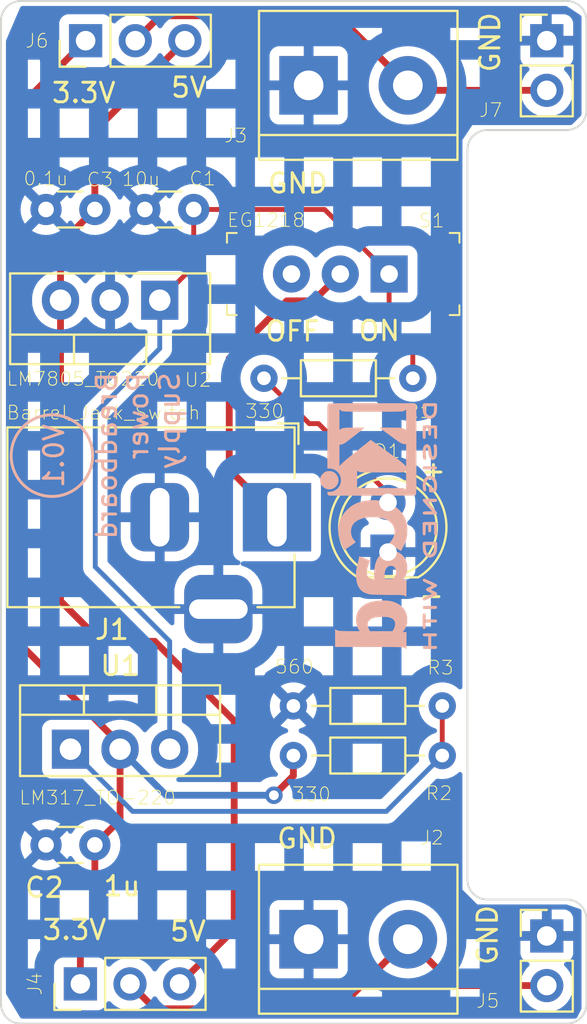
<source format=kicad_pcb>
(kicad_pcb (version 20221018) (generator pcbnew)
  (layers (0 "F.Cu" signal) (31 "B.Cu" signal) (34 "B.Paste" user) (35 "F.Paste" user) (36 "B.SilkS" user "B.Silkscreen") (37 "F.SilkS" user "F.Silkscreen") (38 "B.Mask" user) (39 "F.Mask" user) (44 "Edge.Cuts" user))
  (net 0 "")
  (net 1 "/12V")
  (net 2 "GND")
  (net 3 "/3.3V")
  (net 4 "/5V")
  (net 5 "Net-(D1-A)")
  (net 6 "/PWR_input")
  (net 7 "Net-(U1-ADJ)")
  (net 9 "/PWR_OUT_BOT")
  (net 10 "/PWR_OUT_TOP")
  (footprint "Capacitor_THT:C_Disc_D3.0mm_W1.6mm_P2.50mm" (layer "F.Cu") (at 124.186 113.792 180)
    (fp_text reference "C2" (at 2.586 -2.183) (layer "F.SilkS"))
    (fp_text value "1u" (at -2.414 -2.108) (layer "F.SilkS") (effects (justify right)))
    (pad "1" thru_hole circle (at 0 0 180) (size 1.6 1.6) (drill 0.8) (layers "*.Cu" "*.Mask") (net 3 "/3.3V"))
    (pad "2" thru_hole circle (at 2.5 0 180) (size 1.6 1.6) (drill 0.8) (layers "*.Cu" "*.Mask") (net 2 "GND"))
  )
  (footprint "Connector_PinHeader_2.54mm:PinHeader_1x03_P2.54mm_Vertical" (layer "F.Cu") (at 123.444 120.904 90)
    (fp_text reference "J4" (at 0 -2.33 90) (layer "F.SilkS") (effects (font (size 0.7 0.7) (thickness 0.05))))
    (fp_text value "Conn_01x03_Pin" hide)
    (pad "1" thru_hole rect (at 0 0 90) (size 1.7 1.7) (drill 1) (layers "*.Cu" "*.Mask") (net 3 "/3.3V"))
    (pad "2" thru_hole oval (at 0 2.54 90) (size 1.7 1.7) (drill 1) (layers "*.Cu" "*.Mask") (net 9 "/PWR_OUT_BOT"))
    (pad "3" thru_hole oval (at 0 5.08 90) (size 1.7 1.7) (drill 1) (layers "*.Cu" "*.Mask") (net 4 "/5V"))
  )
  (footprint "Resistor_THT:R_Axial_DIN0204_L3.6mm_D1.6mm_P7.62mm_Horizontal" (layer "F.Cu") (at 141.968 109.22 180)
    (fp_text reference "R2" (at 0.168 -1.93) (layer "F.SilkS") (effects (font (size 0.7 0.7) (thickness 0.05))))
    (fp_text value "330" (at 6.693 -1.98) (layer "F.SilkS") (effects (font (size 0.7 0.7) (thickness 0.05))))
    (pad "1" thru_hole circle locked (at 0 0 180) (size 1.4 1.4) (drill 0.7) (layers "*.Cu" "*.Mask") (net 7 "Net-(U1-ADJ)"))
    (pad "2" thru_hole oval locked (at 7.62 0 180) (size 1.4 1.4) (drill 0.7) (layers "*.Cu" "*.Mask") (net 3 "/3.3V"))
  )
  (footprint "TerminalBlock:TerminalBlock_bornier-2_P5.08mm" (layer "F.Cu") (at 135.128 74.93)
    (fp_text reference "J3" (at -3.728 2.57) (layer "F.SilkS") (effects (font (size 0.7 0.7) (thickness 0.05))))
    (fp_text value "Screw_Terminal_01x02" hide)
    (pad "1" thru_hole rect (at 0 0) (size 3 3) (drill 1.52) (layers "*.Cu" "*.Mask") (net 2 "GND"))
    (pad "2" thru_hole circle (at 5.08 0) (size 3 3) (drill 1.52) (layers "*.Cu" "*.Mask") (net 10 "/PWR_OUT_TOP"))
  )
  (footprint "Resistor_THT:R_Axial_DIN0204_L3.6mm_D1.6mm_P7.62mm_Horizontal" (layer "F.Cu") (at 134.348 106.68)
    (fp_text reference "R3" (at 7.527 -1.955) (layer "F.SilkS") (effects (font (size 0.7 0.7) (thickness 0.05))))
    (fp_text value "560" (at 0.052 -2.005) (layer "F.SilkS") (effects (font (size 0.7 0.7) (thickness 0.05))))
    (pad "1" thru_hole circle locked (at 0 0) (size 1.4 1.4) (drill 0.7) (layers "*.Cu" "*.Mask") (net 2 "GND"))
    (pad "2" thru_hole oval locked (at 7.62 0) (size 1.4 1.4) (drill 0.7) (layers "*.Cu" "*.Mask") (net 7 "Net-(U1-ADJ)"))
  )
  (footprint "digikey-footprints:Switch_Slide_11.6x4mm_EG1218" (layer "F.Cu") (at 139.248 84.582 180)
    (fp_text reference "S1" (at -2.177 2.732) (layer "F.SilkS") (effects (font (size 0.7 0.7) (thickness 0.05))))
    (fp_text value "EG1218" (at 6.298 2.757) (layer "F.SilkS") (effects (font (size 0.7 0.7) (thickness 0.05))))
    (pad "1" thru_hole rect (at 0 0 180) (size 1.9 1.9) (drill 0.9) (layers "*.Cu" "*.Mask") (net 1 "/12V"))
    (pad "2" thru_hole circle (at 2.5 0 180) (size 1.9 1.9) (drill 0.9) (layers "*.Cu" "*.Mask") (net 6 "/PWR_input"))
    (pad "3" thru_hole circle (at 5 0 180) (size 1.9 1.9) (drill 0.9) (layers "*.Cu" "*.Mask"))
  )
  (footprint "Connector_PinHeader_2.54mm:PinHeader_1x02_P2.54mm_Vertical" (layer "F.Cu") (at 147.32 72.644)
    (fp_text reference "J7" (at -2.87 3.556) (layer "F.SilkS") (effects (font (size 0.7 0.7) (thickness 0.05))))
    (fp_text value "Conn_01x02_Pin" hide)
    (pad "1" thru_hole rect (at 0 0) (size 1.7 1.7) (drill 1) (layers "*.Cu" "*.Mask") (net 2 "GND"))
    (pad "2" thru_hole oval (at 0 2.54) (size 1.7 1.7) (drill 1) (layers "*.Cu" "*.Mask") (net 10 "/PWR_OUT_TOP"))
  )
  (footprint "Capacitor_THT:C_Disc_D3.0mm_W1.6mm_P2.50mm" (layer "F.Cu") (at 129.246 81.28 180)
    (fp_text reference "C1" (at -0.454 1.58) (layer "F.SilkS") (effects (font (size 0.7 0.7) (thickness 0.05))))
    (fp_text value "10u" (at 2.696 1.555) (layer "F.SilkS") (effects (font (size 0.7 0.7) (thickness 0.05))))
    (pad "1" thru_hole circle (at 0 0 180) (size 1.6 1.6) (drill 0.8) (layers "*.Cu" "*.Mask") (net 1 "/12V"))
    (pad "2" thru_hole circle (at 2.5 0 180) (size 1.6 1.6) (drill 0.8) (layers "*.Cu" "*.Mask") (net 2 "GND"))
  )
  (footprint "TerminalBlock:TerminalBlock_bornier-2_P5.08mm" (layer "F.Cu") (at 135.128 118.618)
    (fp_text reference "J2" (at 6.322 -5.193) (layer "F.SilkS") (effects (font (size 0.7 0.7) (thickness 0.05))))
    (fp_text value "Screw_Terminal_01x02" hide)
    (pad "1" thru_hole rect locked (at 0 0) (size 3 3) (drill 1.52) (layers "*.Cu" "*.Mask") (net 2 "GND"))
    (pad "2" thru_hole circle locked (at 5.08 0) (size 3 3) (drill 1.52) (layers "*.Cu" "*.Mask") (net 9 "/PWR_OUT_BOT"))
  )
  (footprint "Package_TO_SOT_THT:TO-220-3_Vertical" (layer "F.Cu") (at 122.936 108.895)
    (fp_text reference "U1" (at 2.54 -4.27) (layer "F.SilkS"))
    (fp_text value "LM317_TO-220" (at 1.389 2.48) (layer "F.SilkS") (effects (font (size 0.7 0.7) (thickness 0.05))))
    (pad "1" thru_hole rect (at 0 0) (size 1.905 2) (drill 1.1) (layers "*.Cu" "*.Mask") (net 7 "Net-(U1-ADJ)"))
    (pad "2" thru_hole oval (at 2.54 0) (size 1.905 2) (drill 1.1) (layers "*.Cu" "*.Mask") (net 3 "/3.3V"))
    (pad "3" thru_hole oval (at 5.08 0) (size 1.905 2) (drill 1.1) (layers "*.Cu" "*.Mask") (net 1 "/12V"))
  )
  (footprint "Resistor_THT:R_Axial_DIN0204_L3.6mm_D1.6mm_P7.62mm_Horizontal" (layer "F.Cu") (at 132.842 89.916)
    (fp_text reference "R1" (at 7.933 1.684) (layer "F.SilkS") (effects (font (size 0.7 0.7) (thickness 0.05))))
    (fp_text value "330" (at 0.033 1.684) (layer "F.SilkS") (effects (font (size 0.7 0.7) (thickness 0.05))))
    (pad "1" thru_hole circle (at 0 0) (size 1.4 1.4) (drill 0.7) (layers "*.Cu" "*.Mask") (net 5 "Net-(D1-A)"))
    (pad "2" thru_hole oval (at 7.62 0) (size 1.4 1.4) (drill 0.7) (layers "*.Cu" "*.Mask") (net 1 "/12V"))
  )
  (footprint "Connector_PinHeader_2.54mm:PinHeader_1x03_P2.54mm_Vertical" (layer "F.Cu") (at 123.713 72.644 90)
    (fp_text reference "J6" (at -0.006 -2.488 180) (layer "F.SilkS") (effects (font (size 0.7 0.7) (thickness 0.05))))
    (fp_text value "Conn_01x03_Pin" hide)
    (pad "1" thru_hole rect (at 0 0 90) (size 1.7 1.7) (drill 1) (layers "*.Cu" "*.Mask") (net 3 "/3.3V"))
    (pad "2" thru_hole oval (at 0 2.54 90) (size 1.7 1.7) (drill 1) (layers "*.Cu" "*.Mask") (net 10 "/PWR_OUT_TOP"))
    (pad "3" thru_hole oval (at 0 5.08 90) (size 1.7 1.7) (drill 1) (layers "*.Cu" "*.Mask") (net 4 "/5V"))
  )
  (footprint "Capacitor_THT:C_Disc_D3.0mm_W1.6mm_P2.50mm" (layer "F.Cu") (at 124.186 81.28 180)
    (fp_text reference "C3" (at -0.264 1.53) (layer "F.SilkS") (effects (font (size 0.7 0.7) (thickness 0.05))))
    (fp_text value "0.1u" (at 2.511 1.58) (layer "F.SilkS") (effects (font (size 0.7 0.7) (thickness 0.05))))
    (pad "1" thru_hole circle (at 0 0 180) (size 1.6 1.6) (drill 0.8) (layers "*.Cu" "*.Mask") (net 4 "/5V"))
    (pad "2" thru_hole circle (at 2.5 0 180) (size 1.6 1.6) (drill 0.8) (layers "*.Cu" "*.Mask") (net 2 "GND"))
  )
  (footprint "Connector_PinHeader_2.54mm:PinHeader_1x02_P2.54mm_Vertical" (layer "F.Cu") (at 147.32 118.45)
    (fp_text reference "J5" (at -3.02 3.325) (layer "F.SilkS") (effects (font (size 0.7 0.7) (thickness 0.05))))
    (fp_text value "Conn_01x02_Pin" hide)
    (pad "1" thru_hole rect (at 0 0) (size 1.7 1.7) (drill 1) (layers "*.Cu" "*.Mask") (net 2 "GND"))
    (pad "2" thru_hole oval (at 0 2.54) (size 1.7 1.7) (drill 1) (layers "*.Cu" "*.Mask") (net 9 "/PWR_OUT_BOT"))
  )
  (footprint "Connector_BarrelJack:BarrelJack_Horizontal" (layer "F.Cu") (at 133.508 97.028)
    (fp_text reference "J1" (at -8.45 5.75) (layer "F.SilkS"))
    (fp_text value "Barrel_Jack_Switch" (at -8.883 -5.353) (layer "F.SilkS") (effects (font (size 0.7 0.7) (thickness 0.05))))
    (pad "1" thru_hole rect (at 0 0) (size 3.5 3.5) (drill oval 1 3) (layers "*.Cu" "*.Mask") (net 6 "/PWR_input"))
    (pad "2" thru_hole roundrect (at -6 0) (size 3 3.5) (drill oval 1 3) (layers "*.Cu" "*.Mask") (net 2 "GND"))
    (pad "3" thru_hole roundrect (at -3 4.7) (size 3.5 3.5) (drill oval 3 1) (layers "*.Cu" "*.Mask") (net 2 "GND"))
  )
  (footprint "Package_TO_SOT_THT:TO-220-3_Vertical" (layer "F.Cu") (at 127.508 85.923 180)
    (fp_text reference "U2" (at -1.967 -4.077) (layer "F.SilkS") (effects (font (size 0.7 0.7) (thickness 0.05))))
    (fp_text value "LM7805_TO220" (at 3.933 -4.027) (layer "F.SilkS") (effects (font (size 0.7 0.7) (thickness 0.05))))
    (pad "1" thru_hole rect (at 0 0 180) (size 1.905 2) (drill 1.1) (layers "*.Cu" "*.Mask") (net 1 "/12V"))
    (pad "2" thru_hole oval (at 2.54 0 180) (size 1.905 2) (drill 1.1) (layers "*.Cu" "*.Mask") (net 2 "GND"))
    (pad "3" thru_hole oval (at 5.08 0 180) (size 1.905 2) (drill 1.1) (layers "*.Cu" "*.Mask") (net 4 "/5V"))
  )
  (footprint "LED_THT:LED_D5.0mm" (layer "F.Cu") (at 139.192 98.811 90)
    (fp_text reference "D1" (at 5.161 -0.042 180) (layer "F.SilkS") (effects (font (size 0.7 0.7) (thickness 0.05))))
    (fp_text value "LED")
    (pad "1" thru_hole rect (at 0 0 90) (size 1.8 1.8) (drill 0.9) (layers "*.Cu" "*.Mask") (net 2 "GND"))
    (pad "2" thru_hole circle (at 2.54 0 90) (size 1.8 1.8) (drill 0.9) (layers "*.Cu" "*.Mask") (net 5 "Net-(D1-A)"))
  )
  (footprint "Symbol:KiCad-Logo2_5mm_SilkScreen" (layer "B.Cu") (at 138.7 97.475 -90)
    (fp_text reference "REF**" hide)
    (fp_text value "KiCad-Logo2_5mm_SilkScreen" hide)
  )
  (gr_circle (center 121.988233 93.874405) (end 124.075 93.849405) (stroke (width 0.15)) (fill none) (layer "B.SilkS"))
  (gr_line (start 120.396 122.936) (end 148.336 122.936) (stroke (width 0.1)) (layer "Edge.Cuts"))
  (gr_arc (start 148.336 116.586) (mid 149.05442 116.88358) (end 149.352 117.602) (stroke (width 0.1)) (layer "Edge.Cuts"))
  (gr_arc (start 144.272 116.586) (mid 143.55358 116.28842) (end 143.256 115.57) (stroke (width 0.1)) (layer "Edge.Cuts"))
  (gr_arc (start 119.38 71.628) (mid 119.67758 70.90958) (end 120.396 70.612) (stroke (width 0.1)) (layer "Edge.Cuts"))
  (gr_arc (start 120.396 122.936) (mid 119.67758 122.63842) (end 119.38 121.92) (stroke (width 0.1)) (layer "Edge.Cuts"))
  (gr_line (start 149.352 121.92) (end 149.352 117.602) (stroke (width 0.1)) (layer "Edge.Cuts"))
  (gr_line (start 143.256 115.57) (end 143.256 78.232) (stroke (width 0.1)) (layer "Edge.Cuts"))
  (gr_line (start 148.336 116.586) (end 144.272 116.586) (stroke (width 0.1)) (layer "Edge.Cuts"))
  (gr_arc (start 143.256 78.232) (mid 143.55358 77.51358) (end 144.272 77.216) (stroke (width 0.1)) (layer "Edge.Cuts"))
  (gr_line (start 119.38 71.628) (end 119.38 121.92) (stroke (width 0.1)) (layer "Edge.Cuts"))
  (gr_line (start 149.352 76.2) (end 149.352 71.628) (stroke (width 0.1)) (layer "Edge.Cuts"))
  (gr_arc (start 148.336 70.612) (mid 149.05442 70.90958) (end 149.352 71.628) (stroke (width 0.1)) (layer "Edge.Cuts"))
  (gr_line (start 148.336 70.612) (end 120.396 70.612) (stroke (width 0.1)) (layer "Edge.Cuts"))
  (gr_line (start 144.272 77.216) (end 148.336 77.216) (stroke (width 0.1)) (layer "Edge.Cuts"))
  (gr_arc (start 149.352 76.2) (mid 149.05442 76.91842) (end 148.336 77.216) (stroke (width 0.1)) (layer "Edge.Cuts"))
  (gr_arc (start 149.352 121.92) (mid 149.05442 122.63842) (end 148.336 122.936) (stroke (width 0.1)) (layer "Edge.Cuts"))
  (gr_text "Breadboard\nPower\nSupply" (at 128.6 89.525 90) (layer "B.SilkS") (effects (font (size 1 1)) (justify left bottom mirror)))
  (gr_text "V0.1" (at 122.675733 92.167858 90) (layer "B.SilkS") (effects (font (size 1 1)) (justify left bottom mirror)))
  (gr_text "3.3V" (at 121.425 118.725) (layer "F.SilkS") (effects (font (size 1 1)) (justify left bottom)))
  (gr_text "GND" (at 132.95 80.525) (layer "F.SilkS") (effects (font (size 1 1)) (justify left bottom)))
  (gr_text "5V" (at 128 75.625) (layer "F.SilkS") (effects (font (size 1 1)) (justify left bottom)))
  (gr_text "+" (at 140.8 95.225) (layer "F.SilkS") (effects (font (size 1 1)) (justify left bottom)))
  (gr_text "GND" (at 133.425 114.05) (layer "F.SilkS") (effects (font (size 1 1)) (justify left bottom)))
  (gr_text "GND" (at 145 74.35 90) (layer "F.SilkS") (effects (font (size 1 1)) (justify left bottom)))
  (gr_text "OFF" (at 132.825 88.1) (layer "F.SilkS") (effects (font (size 1 1)) (justify left bottom)))
  (gr_text "-" (at 140.7 101.6) (layer "F.SilkS") (effects (font (size 1 1)) (justify left bottom)))
  (gr_text "GND" (at 144.875 120.025 90) (layer "F.SilkS") (effects (font (size 1 1)) (justify left bottom)))
  (gr_text "5V" (at 127.95 118.8) (layer "F.SilkS") (effects (font (size 1 1)) (justify left bottom)))
  (gr_text "3.3V" (at 121.9 75.9) (layer "F.SilkS") (effects (font (size 1 1)) (justify left bottom)))
  (gr_text "ON" (at 137.6 88.075) (layer "F.SilkS") (effects (font (size 1 1)) (justify left bottom)))
  (segment (start 135.946 81.28) (end 139.248 84.582) (width 0.25) (layer "F.Cu") (net 1))
  (segment (start 129.246 84.185) (end 127.508 85.923) (width 0.25) (layer "F.Cu") (net 1))
  (segment (start 129.246 81.28) (end 135.946 81.28) (width 0.25) (layer "F.Cu") (net 1))
  (segment (start 139.248 87.45) (end 140.462 88.664) (width 0.25) (layer "F.Cu") (net 1))
  (segment (start 139.248 84.582) (end 139.248 87.45) (width 0.25) (layer "F.Cu") (net 1))
  (segment (start 140.462 88.664) (end 140.462 89.916) (width 0.25) (layer "F.Cu") (net 1))
  (segment (start 129.246 81.28) (end 129.246 84.185) (width 0.25) (layer "F.Cu") (net 1))
  (segment (start 127.508 88.392) (end 124.206 91.694) (width 0.25) (layer "B.Cu") (net 1))
  (segment (start 128.016 103.378) (end 128.016 108.895) (width 0.25) (layer "B.Cu") (net 1))
  (segment (start 124.206 99.568) (end 128.016 103.378) (width 0.25) (layer "B.Cu") (net 1))
  (segment (start 127.508 85.923) (end 127.508 88.392) (width 0.25) (layer "B.Cu") (net 1))
  (segment (start 124.206 91.694) (end 124.206 99.568) (width 0.25) (layer "B.Cu") (net 1))
  (segment (start 123.444 119.126) (end 123.444 120.904) (width 0.35) (layer "F.Cu") (net 3))
  (segment (start 124.186 113.792) (end 125.476 112.502) (width 0.35) (layer "F.Cu") (net 3))
  (segment (start 120.025 76.332) (end 120.025 103.1815) (width 0.35) (layer "F.Cu") (net 3))
  (segment (start 123.713 72.644) (end 120.025 76.332) (width 0.35) (layer "F.Cu") (net 3))
  (segment (start 134.348 109.22) (end 134.348 110.254) (width 0.35) (layer "F.Cu") (net 3))
  (segment (start 125.476 112.502) (end 125.476 108.895) (width 0.35) (layer "F.Cu") (net 3))
  (segment (start 124.206 118.364) (end 123.444 119.126) (width 0.35) (layer "F.Cu") (net 3))
  (segment (start 125.476 108.6325) (end 125.476 108.895) (width 0.35) (layer "F.Cu") (net 3))
  (segment (start 120.025 103.1815) (end 125.476 108.6325) (width 0.35) (layer "F.Cu") (net 3))
  (segment (start 124.186 118.344) (end 124.206 118.364) (width 0.35) (layer "F.Cu") (net 3))
  (segment (start 124.186 113.792) (end 124.186 118.344) (width 0.35) (layer "F.Cu") (net 3))
  (segment (start 134.348 110.254) (end 133.35 111.252) (width 0.35) (layer "F.Cu") (net 3))
  (via (at 133.35 111.252) (size 0.9) (drill 0.5) (layers "F.Cu" "B.Cu") (net 3))
  (segment (start 133.35 111.252) (end 127.833 111.252) (width 0.35) (layer "B.Cu") (net 3))
  (segment (start 127.833 111.252) (end 125.476 108.895) (width 0.35) (layer "B.Cu") (net 3))
  (segment (start 131.318 107.442) (end 131.318 118.11) (width 0.35) (layer "F.Cu") (net 4))
  (segment (start 124.186 77.251) (end 124.186 81.28) (width 0.35) (layer "F.Cu") (net 4))
  (segment (start 122.428 83.038) (end 124.186 81.28) (width 0.35) (layer "F.Cu") (net 4))
  (segment (start 127.254 103.378) (end 131.318 107.442) (width 0.35) (layer "F.Cu") (net 4))
  (segment (start 128.793 72.644) (end 124.186 77.251) (width 0.35) (layer "F.Cu") (net 4))
  (segment (start 122.428 85.923) (end 122.428 83.038) (width 0.35) (layer "F.Cu") (net 4))
  (segment (start 122.428 85.923) (end 122.428 101.311421) (width 0.35) (layer "F.Cu") (net 4))
  (segment (start 124.494579 103.378) (end 127.254 103.378) (width 0.35) (layer "F.Cu") (net 4))
  (segment (start 131.318 118.11) (end 128.524 120.904) (width 0.35) (layer "F.Cu") (net 4))
  (segment (start 122.428 101.311421) (end 124.494579 103.378) (width 0.35) (layer "F.Cu") (net 4))
  (segment (start 135.633 92.236) (end 139.192 95.795) (width 0.25) (layer "F.Cu") (net 5))
  (segment (start 139.192 95.795) (end 139.192 96.271) (width 0.25) (layer "F.Cu") (net 5))
  (segment (start 132.842 89.916) (end 135.162 92.236) (width 0.25) (layer "F.Cu") (net 5))
  (segment (start 135.162 92.236) (end 135.633 92.236) (width 0.25) (layer "F.Cu") (net 5))
  (segment (start 131.064 94.584) (end 133.508 97.028) (width 0.35) (layer "F.Cu") (net 6))
  (segment (start 135.373 85.957) (end 134.007 85.957) (width 0.35) (layer "F.Cu") (net 6))
  (segment (start 136.748 84.582) (end 135.373 85.957) (width 0.35) (layer "F.Cu") (net 6))
  (segment (start 134.007 85.957) (end 131.064 88.9) (width 0.35) (layer "F.Cu") (net 6))
  (segment (start 131.064 88.9) (end 131.064 94.584) (width 0.35) (layer "F.Cu") (net 6))
  (segment (start 141.968 106.68) (end 141.968 109.22) (width 0.25) (layer "F.Cu") (net 7))
  (segment (start 139.111 112.077) (end 126.118 112.077) (width 0.25) (layer "B.Cu") (net 7))
  (segment (start 126.118 112.077) (end 122.936 108.895) (width 0.25) (layer "B.Cu") (net 7))
  (segment (start 141.968 109.22) (end 139.111 112.077) (width 0.25) (layer "B.Cu") (net 7))
  (segment (start 136.647 122.179) (end 140.208 118.618) (width 0.35) (layer "F.Cu") (net 9))
  (segment (start 142.58 120.99) (end 147.32 120.99) (width 0.35) (layer "F.Cu") (net 9))
  (segment (start 127.259 122.179) (end 136.647 122.179) (width 0.35) (layer "F.Cu") (net 9))
  (segment (start 140.208 118.618) (end 142.58 120.99) (width 0.35) (layer "F.Cu") (net 9))
  (segment (start 125.984 120.904) (end 127.259 122.179) (width 0.35) (layer "F.Cu") (net 9))
  (segment (start 126.253 72.644) (end 127.528 71.369) (width 0.35) (layer "F.Cu") (net 10))
  (segment (start 147.32 75.184) (end 140.462 75.184) (width 0.35) (layer "F.Cu") (net 10))
  (segment (start 140.462 75.184) (end 140.208 74.93) (width 0.35) (layer "F.Cu") (net 10))
  (segment (start 136.647 71.369) (end 140.208 74.93) (width 0.35) (layer "F.Cu") (net 10))
  (segment (start 127.528 71.369) (end 136.647 71.369) (width 0.35) (layer "F.Cu") (net 10))
  (zone (net 2) (net_name "GND") (layer "B.Cu") (connect_pads (clearance 0.5)) (min_thickness 0.25) (fill yes (mode hatch) (thermal_gap 0.5) (thermal_bridge_width 0.5) (hatch_thickness 1) (hatch_gap 1.5) (hatch_orientation 0) (hatch_border_algorithm hatch_thickness) (hatch_min_hole_area 0.3))
    (polygon (pts (xy 120.396 70.866) (xy 119.634 72.644) (xy 119.634 121.412) (xy 120.396 122.682) (xy 148.844 122.682) (xy 149.098 122.174) (xy 149.098 117.094) (xy 148.336 116.84) (xy 143.764 116.84) (xy 143.002 116.078) (xy 143.002 77.724) (xy 143.51 76.962) (xy 148.59 76.962) (xy 149.098 76.454) (xy 149.098 71.374) (xy 148.336 70.866)))
  )
)
</source>
